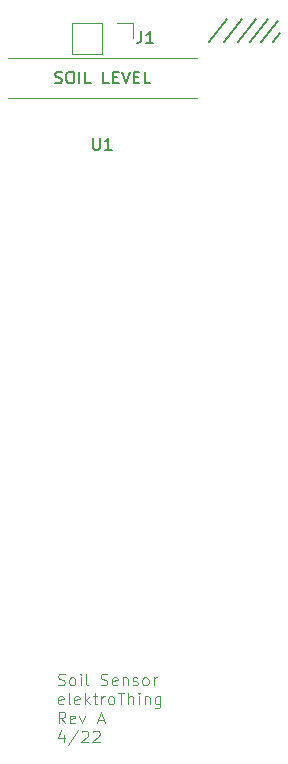
<source format=gbr>
%TF.GenerationSoftware,KiCad,Pcbnew,(6.0.0)*%
%TF.CreationDate,2022-04-27T20:03:56+01:00*%
%TF.ProjectId,soil_sensor,736f696c-5f73-4656-9e73-6f722e6b6963,A*%
%TF.SameCoordinates,Original*%
%TF.FileFunction,Legend,Top*%
%TF.FilePolarity,Positive*%
%FSLAX46Y46*%
G04 Gerber Fmt 4.6, Leading zero omitted, Abs format (unit mm)*
G04 Created by KiCad (PCBNEW (6.0.0)) date 2022-04-27 20:03:56*
%MOMM*%
%LPD*%
G01*
G04 APERTURE LIST*
%ADD10C,0.150000*%
%ADD11C,0.100000*%
%ADD12C,0.120000*%
G04 APERTURE END LIST*
D10*
X166225000Y-71600000D02*
X166800000Y-70800000D01*
X165225000Y-71600000D02*
X166600000Y-69800000D01*
X164225000Y-71600000D02*
X165775000Y-69600000D01*
X163225000Y-71600000D02*
X164775000Y-69600000D01*
X162025000Y-71600000D02*
X163575000Y-69600000D01*
X160800000Y-71600000D02*
X162350000Y-69600000D01*
D11*
X148005476Y-125989761D02*
X148148333Y-126037380D01*
X148386428Y-126037380D01*
X148481666Y-125989761D01*
X148529285Y-125942142D01*
X148576904Y-125846904D01*
X148576904Y-125751666D01*
X148529285Y-125656428D01*
X148481666Y-125608809D01*
X148386428Y-125561190D01*
X148195952Y-125513571D01*
X148100714Y-125465952D01*
X148053095Y-125418333D01*
X148005476Y-125323095D01*
X148005476Y-125227857D01*
X148053095Y-125132619D01*
X148100714Y-125085000D01*
X148195952Y-125037380D01*
X148434047Y-125037380D01*
X148576904Y-125085000D01*
X149148333Y-126037380D02*
X149053095Y-125989761D01*
X149005476Y-125942142D01*
X148957857Y-125846904D01*
X148957857Y-125561190D01*
X149005476Y-125465952D01*
X149053095Y-125418333D01*
X149148333Y-125370714D01*
X149291190Y-125370714D01*
X149386428Y-125418333D01*
X149434047Y-125465952D01*
X149481666Y-125561190D01*
X149481666Y-125846904D01*
X149434047Y-125942142D01*
X149386428Y-125989761D01*
X149291190Y-126037380D01*
X149148333Y-126037380D01*
X149910238Y-126037380D02*
X149910238Y-125370714D01*
X149910238Y-125037380D02*
X149862619Y-125085000D01*
X149910238Y-125132619D01*
X149957857Y-125085000D01*
X149910238Y-125037380D01*
X149910238Y-125132619D01*
X150529285Y-126037380D02*
X150434047Y-125989761D01*
X150386428Y-125894523D01*
X150386428Y-125037380D01*
X151624523Y-125989761D02*
X151767380Y-126037380D01*
X152005476Y-126037380D01*
X152100714Y-125989761D01*
X152148333Y-125942142D01*
X152195952Y-125846904D01*
X152195952Y-125751666D01*
X152148333Y-125656428D01*
X152100714Y-125608809D01*
X152005476Y-125561190D01*
X151815000Y-125513571D01*
X151719761Y-125465952D01*
X151672142Y-125418333D01*
X151624523Y-125323095D01*
X151624523Y-125227857D01*
X151672142Y-125132619D01*
X151719761Y-125085000D01*
X151815000Y-125037380D01*
X152053095Y-125037380D01*
X152195952Y-125085000D01*
X153005476Y-125989761D02*
X152910238Y-126037380D01*
X152719761Y-126037380D01*
X152624523Y-125989761D01*
X152576904Y-125894523D01*
X152576904Y-125513571D01*
X152624523Y-125418333D01*
X152719761Y-125370714D01*
X152910238Y-125370714D01*
X153005476Y-125418333D01*
X153053095Y-125513571D01*
X153053095Y-125608809D01*
X152576904Y-125704047D01*
X153481666Y-125370714D02*
X153481666Y-126037380D01*
X153481666Y-125465952D02*
X153529285Y-125418333D01*
X153624523Y-125370714D01*
X153767380Y-125370714D01*
X153862619Y-125418333D01*
X153910238Y-125513571D01*
X153910238Y-126037380D01*
X154338809Y-125989761D02*
X154434047Y-126037380D01*
X154624523Y-126037380D01*
X154719761Y-125989761D01*
X154767380Y-125894523D01*
X154767380Y-125846904D01*
X154719761Y-125751666D01*
X154624523Y-125704047D01*
X154481666Y-125704047D01*
X154386428Y-125656428D01*
X154338809Y-125561190D01*
X154338809Y-125513571D01*
X154386428Y-125418333D01*
X154481666Y-125370714D01*
X154624523Y-125370714D01*
X154719761Y-125418333D01*
X155338809Y-126037380D02*
X155243571Y-125989761D01*
X155195952Y-125942142D01*
X155148333Y-125846904D01*
X155148333Y-125561190D01*
X155195952Y-125465952D01*
X155243571Y-125418333D01*
X155338809Y-125370714D01*
X155481666Y-125370714D01*
X155576904Y-125418333D01*
X155624523Y-125465952D01*
X155672142Y-125561190D01*
X155672142Y-125846904D01*
X155624523Y-125942142D01*
X155576904Y-125989761D01*
X155481666Y-126037380D01*
X155338809Y-126037380D01*
X156100714Y-126037380D02*
X156100714Y-125370714D01*
X156100714Y-125561190D02*
X156148333Y-125465952D01*
X156195952Y-125418333D01*
X156291190Y-125370714D01*
X156386428Y-125370714D01*
X148434047Y-127599761D02*
X148338809Y-127647380D01*
X148148333Y-127647380D01*
X148053095Y-127599761D01*
X148005476Y-127504523D01*
X148005476Y-127123571D01*
X148053095Y-127028333D01*
X148148333Y-126980714D01*
X148338809Y-126980714D01*
X148434047Y-127028333D01*
X148481666Y-127123571D01*
X148481666Y-127218809D01*
X148005476Y-127314047D01*
X149053095Y-127647380D02*
X148957857Y-127599761D01*
X148910238Y-127504523D01*
X148910238Y-126647380D01*
X149815000Y-127599761D02*
X149719761Y-127647380D01*
X149529285Y-127647380D01*
X149434047Y-127599761D01*
X149386428Y-127504523D01*
X149386428Y-127123571D01*
X149434047Y-127028333D01*
X149529285Y-126980714D01*
X149719761Y-126980714D01*
X149815000Y-127028333D01*
X149862619Y-127123571D01*
X149862619Y-127218809D01*
X149386428Y-127314047D01*
X150291190Y-127647380D02*
X150291190Y-126647380D01*
X150386428Y-127266428D02*
X150672142Y-127647380D01*
X150672142Y-126980714D02*
X150291190Y-127361666D01*
X150957857Y-126980714D02*
X151338809Y-126980714D01*
X151100714Y-126647380D02*
X151100714Y-127504523D01*
X151148333Y-127599761D01*
X151243571Y-127647380D01*
X151338809Y-127647380D01*
X151672142Y-127647380D02*
X151672142Y-126980714D01*
X151672142Y-127171190D02*
X151719761Y-127075952D01*
X151767380Y-127028333D01*
X151862619Y-126980714D01*
X151957857Y-126980714D01*
X152434047Y-127647380D02*
X152338809Y-127599761D01*
X152291190Y-127552142D01*
X152243571Y-127456904D01*
X152243571Y-127171190D01*
X152291190Y-127075952D01*
X152338809Y-127028333D01*
X152434047Y-126980714D01*
X152576904Y-126980714D01*
X152672142Y-127028333D01*
X152719761Y-127075952D01*
X152767380Y-127171190D01*
X152767380Y-127456904D01*
X152719761Y-127552142D01*
X152672142Y-127599761D01*
X152576904Y-127647380D01*
X152434047Y-127647380D01*
X153053095Y-126647380D02*
X153624523Y-126647380D01*
X153338809Y-127647380D02*
X153338809Y-126647380D01*
X153957857Y-127647380D02*
X153957857Y-126647380D01*
X154386428Y-127647380D02*
X154386428Y-127123571D01*
X154338809Y-127028333D01*
X154243571Y-126980714D01*
X154100714Y-126980714D01*
X154005476Y-127028333D01*
X153957857Y-127075952D01*
X154862619Y-127647380D02*
X154862619Y-126980714D01*
X154862619Y-126647380D02*
X154815000Y-126695000D01*
X154862619Y-126742619D01*
X154910238Y-126695000D01*
X154862619Y-126647380D01*
X154862619Y-126742619D01*
X155338809Y-126980714D02*
X155338809Y-127647380D01*
X155338809Y-127075952D02*
X155386428Y-127028333D01*
X155481666Y-126980714D01*
X155624523Y-126980714D01*
X155719761Y-127028333D01*
X155767380Y-127123571D01*
X155767380Y-127647380D01*
X156672142Y-126980714D02*
X156672142Y-127790238D01*
X156624523Y-127885476D01*
X156576904Y-127933095D01*
X156481666Y-127980714D01*
X156338809Y-127980714D01*
X156243571Y-127933095D01*
X156672142Y-127599761D02*
X156576904Y-127647380D01*
X156386428Y-127647380D01*
X156291190Y-127599761D01*
X156243571Y-127552142D01*
X156195952Y-127456904D01*
X156195952Y-127171190D01*
X156243571Y-127075952D01*
X156291190Y-127028333D01*
X156386428Y-126980714D01*
X156576904Y-126980714D01*
X156672142Y-127028333D01*
X148624523Y-129257380D02*
X148291190Y-128781190D01*
X148053095Y-129257380D02*
X148053095Y-128257380D01*
X148434047Y-128257380D01*
X148529285Y-128305000D01*
X148576904Y-128352619D01*
X148624523Y-128447857D01*
X148624523Y-128590714D01*
X148576904Y-128685952D01*
X148529285Y-128733571D01*
X148434047Y-128781190D01*
X148053095Y-128781190D01*
X149434047Y-129209761D02*
X149338809Y-129257380D01*
X149148333Y-129257380D01*
X149053095Y-129209761D01*
X149005476Y-129114523D01*
X149005476Y-128733571D01*
X149053095Y-128638333D01*
X149148333Y-128590714D01*
X149338809Y-128590714D01*
X149434047Y-128638333D01*
X149481666Y-128733571D01*
X149481666Y-128828809D01*
X149005476Y-128924047D01*
X149815000Y-128590714D02*
X150053095Y-129257380D01*
X150291190Y-128590714D01*
X151386428Y-128971666D02*
X151862619Y-128971666D01*
X151291190Y-129257380D02*
X151624523Y-128257380D01*
X151957857Y-129257380D01*
X148481666Y-130200714D02*
X148481666Y-130867380D01*
X148243571Y-129819761D02*
X148005476Y-130534047D01*
X148624523Y-130534047D01*
X149719761Y-129819761D02*
X148862619Y-131105476D01*
X150005476Y-129962619D02*
X150053095Y-129915000D01*
X150148333Y-129867380D01*
X150386428Y-129867380D01*
X150481666Y-129915000D01*
X150529285Y-129962619D01*
X150576904Y-130057857D01*
X150576904Y-130153095D01*
X150529285Y-130295952D01*
X149957857Y-130867380D01*
X150576904Y-130867380D01*
X150957857Y-129962619D02*
X151005476Y-129915000D01*
X151100714Y-129867380D01*
X151338809Y-129867380D01*
X151434047Y-129915000D01*
X151481666Y-129962619D01*
X151529285Y-130057857D01*
X151529285Y-130153095D01*
X151481666Y-130295952D01*
X150910238Y-130867380D01*
X151529285Y-130867380D01*
D10*
%TO.C,U1*%
X150988095Y-79702380D02*
X150988095Y-80511904D01*
X151035714Y-80607142D01*
X151083333Y-80654761D01*
X151178571Y-80702380D01*
X151369047Y-80702380D01*
X151464285Y-80654761D01*
X151511904Y-80607142D01*
X151559523Y-80511904D01*
X151559523Y-79702380D01*
X152559523Y-80702380D02*
X151988095Y-80702380D01*
X152273809Y-80702380D02*
X152273809Y-79702380D01*
X152178571Y-79845238D01*
X152083333Y-79940476D01*
X151988095Y-79988095D01*
X147758809Y-75019761D02*
X147901666Y-75067380D01*
X148139761Y-75067380D01*
X148235000Y-75019761D01*
X148282619Y-74972142D01*
X148330238Y-74876904D01*
X148330238Y-74781666D01*
X148282619Y-74686428D01*
X148235000Y-74638809D01*
X148139761Y-74591190D01*
X147949285Y-74543571D01*
X147854047Y-74495952D01*
X147806428Y-74448333D01*
X147758809Y-74353095D01*
X147758809Y-74257857D01*
X147806428Y-74162619D01*
X147854047Y-74115000D01*
X147949285Y-74067380D01*
X148187380Y-74067380D01*
X148330238Y-74115000D01*
X148949285Y-74067380D02*
X149139761Y-74067380D01*
X149235000Y-74115000D01*
X149330238Y-74210238D01*
X149377857Y-74400714D01*
X149377857Y-74734047D01*
X149330238Y-74924523D01*
X149235000Y-75019761D01*
X149139761Y-75067380D01*
X148949285Y-75067380D01*
X148854047Y-75019761D01*
X148758809Y-74924523D01*
X148711190Y-74734047D01*
X148711190Y-74400714D01*
X148758809Y-74210238D01*
X148854047Y-74115000D01*
X148949285Y-74067380D01*
X149806428Y-75067380D02*
X149806428Y-74067380D01*
X150758809Y-75067380D02*
X150282619Y-75067380D01*
X150282619Y-74067380D01*
X152330238Y-75067380D02*
X151854047Y-75067380D01*
X151854047Y-74067380D01*
X152663571Y-74543571D02*
X152996904Y-74543571D01*
X153139761Y-75067380D02*
X152663571Y-75067380D01*
X152663571Y-74067380D01*
X153139761Y-74067380D01*
X153425476Y-74067380D02*
X153758809Y-75067380D01*
X154092142Y-74067380D01*
X154425476Y-74543571D02*
X154758809Y-74543571D01*
X154901666Y-75067380D02*
X154425476Y-75067380D01*
X154425476Y-74067380D01*
X154901666Y-74067380D01*
X155806428Y-75067380D02*
X155330238Y-75067380D01*
X155330238Y-74067380D01*
%TO.C,J1*%
X155066666Y-70652380D02*
X155066666Y-71366666D01*
X155019047Y-71509523D01*
X154923809Y-71604761D01*
X154780952Y-71652380D01*
X154685714Y-71652380D01*
X156066666Y-71652380D02*
X155495238Y-71652380D01*
X155780952Y-71652380D02*
X155780952Y-70652380D01*
X155685714Y-70795238D01*
X155590476Y-70890476D01*
X155495238Y-70938095D01*
D12*
%TO.C,U1*%
X143735000Y-72915000D02*
X159735000Y-72915000D01*
X143735000Y-76315000D02*
X159735000Y-76315000D01*
%TO.C,J1*%
X151755000Y-72580000D02*
X149155000Y-72580000D01*
X154355000Y-69920000D02*
X154355000Y-71250000D01*
X151755000Y-69920000D02*
X151755000Y-72580000D01*
X153025000Y-69920000D02*
X154355000Y-69920000D01*
X151755000Y-69920000D02*
X149155000Y-69920000D01*
X149155000Y-69920000D02*
X149155000Y-72580000D01*
%TD*%
M02*

</source>
